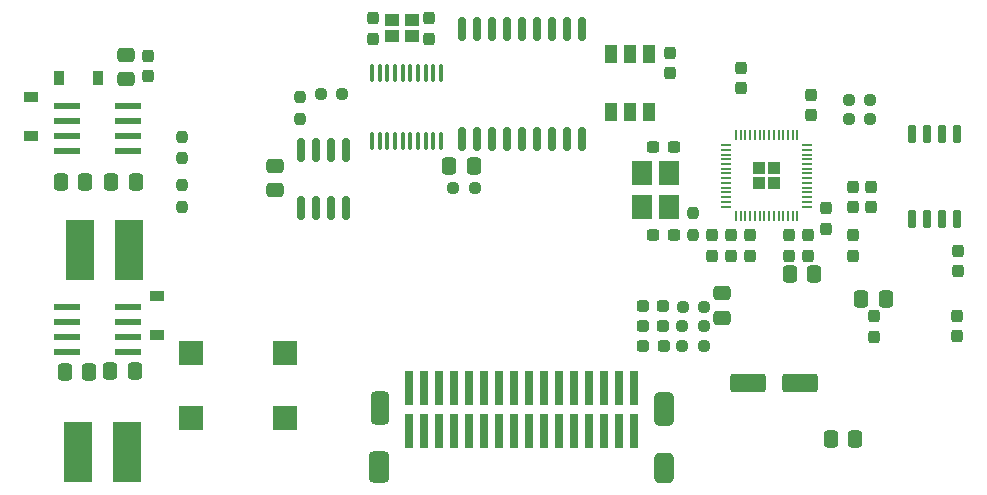
<source format=gbr>
%TF.GenerationSoftware,KiCad,Pcbnew,(6.0.2)*%
%TF.CreationDate,2022-04-25T10:39:50-06:00*%
%TF.ProjectId,CONEPROJ,434f4e45-5052-44f4-9a2e-6b696361645f,rev?*%
%TF.SameCoordinates,Original*%
%TF.FileFunction,Paste,Top*%
%TF.FilePolarity,Positive*%
%FSLAX46Y46*%
G04 Gerber Fmt 4.6, Leading zero omitted, Abs format (unit mm)*
G04 Created by KiCad (PCBNEW (6.0.2)) date 2022-04-25 10:39:50*
%MOMM*%
%LPD*%
G01*
G04 APERTURE LIST*
G04 Aperture macros list*
%AMRoundRect*
0 Rectangle with rounded corners*
0 $1 Rounding radius*
0 $2 $3 $4 $5 $6 $7 $8 $9 X,Y pos of 4 corners*
0 Add a 4 corners polygon primitive as box body*
4,1,4,$2,$3,$4,$5,$6,$7,$8,$9,$2,$3,0*
0 Add four circle primitives for the rounded corners*
1,1,$1+$1,$2,$3*
1,1,$1+$1,$4,$5*
1,1,$1+$1,$6,$7*
1,1,$1+$1,$8,$9*
0 Add four rect primitives between the rounded corners*
20,1,$1+$1,$2,$3,$4,$5,0*
20,1,$1+$1,$4,$5,$6,$7,0*
20,1,$1+$1,$6,$7,$8,$9,0*
20,1,$1+$1,$8,$9,$2,$3,0*%
G04 Aperture macros list end*
%ADD10R,1.150000X1.000000*%
%ADD11RoundRect,0.150000X-0.150000X0.875000X-0.150000X-0.875000X0.150000X-0.875000X0.150000X0.875000X0*%
%ADD12R,1.200000X0.900000*%
%ADD13RoundRect,0.100000X-0.100000X0.637500X-0.100000X-0.637500X0.100000X-0.637500X0.100000X0.637500X0*%
%ADD14R,2.350000X5.100000*%
%ADD15RoundRect,0.237500X0.237500X-0.250000X0.237500X0.250000X-0.237500X0.250000X-0.237500X-0.250000X0*%
%ADD16RoundRect,0.237500X-0.237500X0.300000X-0.237500X-0.300000X0.237500X-0.300000X0.237500X0.300000X0*%
%ADD17RoundRect,0.237500X0.237500X-0.300000X0.237500X0.300000X-0.237500X0.300000X-0.237500X-0.300000X0*%
%ADD18R,2.000000X2.000000*%
%ADD19RoundRect,0.150000X-0.150000X0.650000X-0.150000X-0.650000X0.150000X-0.650000X0.150000X0.650000X0*%
%ADD20RoundRect,0.250000X-0.475000X0.337500X-0.475000X-0.337500X0.475000X-0.337500X0.475000X0.337500X0*%
%ADD21RoundRect,0.250000X-0.337500X-0.475000X0.337500X-0.475000X0.337500X0.475000X-0.337500X0.475000X0*%
%ADD22RoundRect,0.250000X0.337500X0.475000X-0.337500X0.475000X-0.337500X-0.475000X0.337500X-0.475000X0*%
%ADD23RoundRect,0.237500X-0.237500X0.250000X-0.237500X-0.250000X0.237500X-0.250000X0.237500X0.250000X0*%
%ADD24R,0.750000X3.000000*%
%ADD25RoundRect,0.418770X-0.418770X1.006311X-0.418770X-1.006311X0.418770X-1.006311X0.418770X1.006311X0*%
%ADD26RoundRect,0.412540X-0.412540X0.887541X-0.412540X-0.887541X0.412540X-0.887541X0.412540X0.887541X0*%
%ADD27RoundRect,0.443770X-0.443770X0.893770X-0.443770X-0.893770X0.443770X-0.893770X0.443770X0.893770X0*%
%ADD28RoundRect,0.396885X-0.396885X1.015655X-0.396885X-1.015655X0.396885X-1.015655X0.396885X1.015655X0*%
%ADD29RoundRect,0.150000X0.150000X-0.825000X0.150000X0.825000X-0.150000X0.825000X-0.150000X-0.825000X0*%
%ADD30RoundRect,0.237500X-0.300000X-0.237500X0.300000X-0.237500X0.300000X0.237500X-0.300000X0.237500X0*%
%ADD31RoundRect,0.237500X-0.250000X-0.237500X0.250000X-0.237500X0.250000X0.237500X-0.250000X0.237500X0*%
%ADD32RoundRect,0.250000X0.475000X-0.337500X0.475000X0.337500X-0.475000X0.337500X-0.475000X-0.337500X0*%
%ADD33RoundRect,0.237500X0.287500X0.237500X-0.287500X0.237500X-0.287500X-0.237500X0.287500X-0.237500X0*%
%ADD34R,1.000000X1.500000*%
%ADD35RoundRect,0.250000X-0.292217X0.292217X-0.292217X-0.292217X0.292217X-0.292217X0.292217X0.292217X0*%
%ADD36RoundRect,0.050000X-0.050000X0.387500X-0.050000X-0.387500X0.050000X-0.387500X0.050000X0.387500X0*%
%ADD37RoundRect,0.050000X-0.387500X0.050000X-0.387500X-0.050000X0.387500X-0.050000X0.387500X0.050000X0*%
%ADD38RoundRect,0.237500X0.250000X0.237500X-0.250000X0.237500X-0.250000X-0.237500X0.250000X-0.237500X0*%
%ADD39RoundRect,0.250000X-1.250000X-0.550000X1.250000X-0.550000X1.250000X0.550000X-1.250000X0.550000X0*%
%ADD40R,0.900000X1.200000*%
%ADD41R,2.200000X0.600000*%
%ADD42R,1.800000X2.100000*%
G04 APERTURE END LIST*
D10*
%TO.C,Y2*%
X56000000Y-52750000D03*
X57750000Y-52750000D03*
X57750000Y-51350000D03*
X56000000Y-51350000D03*
%TD*%
D11*
%TO.C,U8*%
X72080000Y-52100000D03*
X70810000Y-52100000D03*
X69540000Y-52100000D03*
X68270000Y-52100000D03*
X67000000Y-52100000D03*
X65730000Y-52100000D03*
X64460000Y-52100000D03*
X63190000Y-52100000D03*
X61920000Y-52100000D03*
X61920000Y-61400000D03*
X63190000Y-61400000D03*
X64460000Y-61400000D03*
X65730000Y-61400000D03*
X67000000Y-61400000D03*
X68270000Y-61400000D03*
X69540000Y-61400000D03*
X70810000Y-61400000D03*
X72080000Y-61400000D03*
%TD*%
D12*
%TO.C,D1*%
X25425000Y-61150000D03*
X25425000Y-57850000D03*
%TD*%
D13*
%TO.C,U5*%
X60175000Y-55887500D03*
X59525000Y-55887500D03*
X58875000Y-55887500D03*
X58225000Y-55887500D03*
X57575000Y-55887500D03*
X56925000Y-55887500D03*
X56275000Y-55887500D03*
X55625000Y-55887500D03*
X54975000Y-55887500D03*
X54325000Y-55887500D03*
X54325000Y-61612500D03*
X54975000Y-61612500D03*
X55625000Y-61612500D03*
X56275000Y-61612500D03*
X56925000Y-61612500D03*
X57575000Y-61612500D03*
X58225000Y-61612500D03*
X58875000Y-61612500D03*
X59525000Y-61612500D03*
X60175000Y-61612500D03*
%TD*%
D14*
%TO.C,L2*%
X29400000Y-87900000D03*
X33550000Y-87900000D03*
%TD*%
D15*
%TO.C,R8*%
X38225000Y-63062500D03*
X38225000Y-61237500D03*
%TD*%
D16*
%TO.C,C15*%
X83125000Y-69587500D03*
X83125000Y-71312500D03*
%TD*%
D17*
%TO.C,R7*%
X96800000Y-78162500D03*
X96800000Y-76437500D03*
%TD*%
%TO.C,C21*%
X59150000Y-52937500D03*
X59150000Y-51212500D03*
%TD*%
D18*
%TO.C,PAU301*%
X39000000Y-79595000D03*
X47000000Y-79595000D03*
%TD*%
D19*
%TO.C,U7*%
X103893687Y-60987273D03*
X102623687Y-60987273D03*
X101353687Y-60987273D03*
X100083687Y-60987273D03*
X100083687Y-68187273D03*
X101353687Y-68187273D03*
X102623687Y-68187273D03*
X103893687Y-68187273D03*
%TD*%
D20*
%TO.C,C11*%
X46150000Y-63712500D03*
X46150000Y-65787500D03*
%TD*%
D21*
%TO.C,C16*%
X60862500Y-63750000D03*
X62937500Y-63750000D03*
%TD*%
D16*
%TO.C,C24*%
X86300000Y-69587500D03*
X86300000Y-71312500D03*
%TD*%
D22*
%TO.C,C27*%
X95262500Y-86845000D03*
X93187500Y-86845000D03*
%TD*%
D23*
%TO.C,R5*%
X81550000Y-67712500D03*
X81550000Y-69537500D03*
%TD*%
D15*
%TO.C,R2*%
X38225000Y-67175000D03*
X38225000Y-65350000D03*
%TD*%
D24*
%TO.C,J2*%
X76499838Y-86127500D03*
X76499838Y-82527500D03*
X75229838Y-86127500D03*
X75229838Y-82527500D03*
X73959838Y-86127500D03*
X73959838Y-82527500D03*
X72689838Y-86127500D03*
X72689838Y-82527500D03*
X71419838Y-86127500D03*
X71419838Y-82527500D03*
X70149838Y-86127500D03*
X70149838Y-82527500D03*
X68879838Y-86127500D03*
X68879838Y-82527500D03*
X67609838Y-86127500D03*
X67609838Y-82527500D03*
X66339838Y-86127500D03*
X66339838Y-82527500D03*
X65069838Y-86127500D03*
X65069838Y-82527500D03*
X63799838Y-86127500D03*
X63799838Y-82527500D03*
X62529838Y-86127500D03*
X62529838Y-82527500D03*
X61259838Y-86127500D03*
X61259838Y-82527500D03*
X59989838Y-86127500D03*
X59989838Y-82527500D03*
X58719838Y-86127500D03*
X58719838Y-82527500D03*
X57449838Y-86127500D03*
X57449838Y-82527500D03*
D25*
X79062378Y-84252581D03*
D26*
X79074838Y-89277419D03*
D27*
X54924838Y-89239959D03*
D28*
X55018608Y-84240040D03*
%TD*%
D12*
%TO.C,D4*%
X36125000Y-74725000D03*
X36125000Y-78025000D03*
%TD*%
D16*
%TO.C,C18*%
X95050000Y-65487500D03*
X95050000Y-67212500D03*
%TD*%
D21*
%TO.C,C25*%
X32187500Y-81100000D03*
X34262500Y-81100000D03*
%TD*%
D29*
%TO.C,U2*%
X48280000Y-67275000D03*
X49550000Y-67275000D03*
X50820000Y-67275000D03*
X52090000Y-67275000D03*
X52090000Y-62325000D03*
X50820000Y-62325000D03*
X49550000Y-62325000D03*
X48280000Y-62325000D03*
%TD*%
D16*
%TO.C,C9*%
X84750000Y-69587500D03*
X84750000Y-71312500D03*
%TD*%
D21*
%TO.C,C30*%
X95767500Y-74985000D03*
X97842500Y-74985000D03*
%TD*%
D30*
%TO.C,C7*%
X78137500Y-62100000D03*
X79862500Y-62100000D03*
%TD*%
D22*
%TO.C,C5*%
X30062499Y-65108041D03*
X27987499Y-65108041D03*
%TD*%
D31*
%TO.C,R22*%
X80597500Y-78940000D03*
X82422500Y-78940000D03*
%TD*%
D30*
%TO.C,C8*%
X78137500Y-69524999D03*
X79862500Y-69524999D03*
%TD*%
D22*
%TO.C,C26*%
X30387500Y-81175000D03*
X28312500Y-81175000D03*
%TD*%
D16*
%TO.C,C14*%
X91225000Y-69587500D03*
X91225000Y-71312500D03*
%TD*%
%TO.C,C10*%
X96600000Y-65487500D03*
X96600000Y-67212500D03*
%TD*%
D32*
%TO.C,C2*%
X33500000Y-56387500D03*
X33500000Y-54312500D03*
%TD*%
D15*
%TO.C,R15*%
X48235000Y-59712500D03*
X48235000Y-57887500D03*
%TD*%
D16*
%TO.C,C12*%
X92750000Y-67312500D03*
X92750000Y-69037500D03*
%TD*%
D18*
%TO.C,MOD301*%
X39000000Y-85075000D03*
X47000000Y-85075000D03*
%TD*%
D31*
%TO.C,R3*%
X94687500Y-58150000D03*
X96512500Y-58150000D03*
%TD*%
D16*
%TO.C,R6*%
X103850000Y-76412500D03*
X103850000Y-78137500D03*
%TD*%
D21*
%TO.C,C29*%
X89717500Y-72885000D03*
X91792500Y-72885000D03*
%TD*%
D33*
%TO.C,D302*%
X79000000Y-75610000D03*
X77250000Y-75610000D03*
%TD*%
D16*
%TO.C,C13*%
X89625000Y-69587500D03*
X89625000Y-71312500D03*
%TD*%
D34*
%TO.C,U9*%
X77775000Y-54225000D03*
X76175000Y-54225000D03*
X74575000Y-54225000D03*
X74575000Y-59125000D03*
X76175000Y-59125000D03*
X77775000Y-59125000D03*
%TD*%
D17*
%TO.C,C20*%
X35350000Y-56112500D03*
X35350000Y-54387500D03*
%TD*%
D35*
%TO.C,U10*%
X88387500Y-65187500D03*
X88387500Y-63912500D03*
X87112500Y-65187500D03*
X87112500Y-63912500D03*
D36*
X90350000Y-61112500D03*
X89950000Y-61112500D03*
X89550000Y-61112500D03*
X89150000Y-61112500D03*
X88750000Y-61112500D03*
X88350000Y-61112500D03*
X87950000Y-61112500D03*
X87550000Y-61112500D03*
X87150000Y-61112500D03*
X86750000Y-61112500D03*
X86350000Y-61112500D03*
X85950000Y-61112500D03*
X85550000Y-61112500D03*
X85150000Y-61112500D03*
D37*
X84312500Y-61950000D03*
X84312500Y-62350000D03*
X84312500Y-62750000D03*
X84312500Y-63150000D03*
X84312500Y-63550000D03*
X84312500Y-63950000D03*
X84312500Y-64350000D03*
X84312500Y-64750000D03*
X84312500Y-65150000D03*
X84312500Y-65550000D03*
X84312500Y-65950000D03*
X84312500Y-66350000D03*
X84312500Y-66750000D03*
X84312500Y-67150000D03*
D36*
X85150000Y-67987500D03*
X85550000Y-67987500D03*
X85950000Y-67987500D03*
X86350000Y-67987500D03*
X86750000Y-67987500D03*
X87150000Y-67987500D03*
X87550000Y-67987500D03*
X87950000Y-67987500D03*
X88350000Y-67987500D03*
X88750000Y-67987500D03*
X89150000Y-67987500D03*
X89550000Y-67987500D03*
X89950000Y-67987500D03*
X90350000Y-67987500D03*
D37*
X91187500Y-67150000D03*
X91187500Y-66750000D03*
X91187500Y-66350000D03*
X91187500Y-65950000D03*
X91187500Y-65550000D03*
X91187500Y-65150000D03*
X91187500Y-64750000D03*
X91187500Y-64350000D03*
X91187500Y-63950000D03*
X91187500Y-63550000D03*
X91187500Y-63150000D03*
X91187500Y-62750000D03*
X91187500Y-62350000D03*
X91187500Y-61950000D03*
%TD*%
D14*
%TO.C,L1*%
X29600000Y-70825000D03*
X33750000Y-70825000D03*
%TD*%
D38*
%TO.C,R104*%
X51797500Y-57600000D03*
X49972500Y-57600000D03*
%TD*%
D39*
%TO.C,C31*%
X86175000Y-82075000D03*
X90575000Y-82075000D03*
%TD*%
D20*
%TO.C,C28*%
X83995000Y-74497500D03*
X83995000Y-76572500D03*
%TD*%
D40*
%TO.C,D2*%
X27850001Y-56300000D03*
X31150001Y-56300000D03*
%TD*%
D16*
%TO.C,C23*%
X95025000Y-69587500D03*
X95025000Y-71312500D03*
%TD*%
D41*
%TO.C,U304*%
X28499999Y-58600000D03*
X28499999Y-59870000D03*
X28499999Y-61140000D03*
X28499999Y-62410000D03*
X33699999Y-62410000D03*
X33699999Y-61140000D03*
X33699999Y-59870000D03*
X33699999Y-58600000D03*
%TD*%
D33*
%TO.C,D301*%
X79027500Y-78930000D03*
X77277500Y-78930000D03*
%TD*%
D41*
%TO.C,U3*%
X28500000Y-75670000D03*
X28500000Y-76940000D03*
X28500000Y-78210000D03*
X28500000Y-79480000D03*
X33700000Y-79480000D03*
X33700000Y-78210000D03*
X33700000Y-76940000D03*
X33700000Y-75670000D03*
%TD*%
D16*
%TO.C,C4*%
X79575000Y-54162500D03*
X79575000Y-55887500D03*
%TD*%
%TO.C,C6*%
X103950000Y-70887500D03*
X103950000Y-72612500D03*
%TD*%
D21*
%TO.C,C3*%
X32262500Y-65108041D03*
X34337500Y-65108041D03*
%TD*%
D33*
%TO.C,D308*%
X79010000Y-77280000D03*
X77260000Y-77280000D03*
%TD*%
D31*
%TO.C,R21*%
X80622500Y-75620000D03*
X82447500Y-75620000D03*
%TD*%
D17*
%TO.C,C17*%
X85600000Y-57151414D03*
X85600000Y-55426414D03*
%TD*%
D31*
%TO.C,R16*%
X61187500Y-65600000D03*
X63012500Y-65600000D03*
%TD*%
D17*
%TO.C,C19*%
X91490240Y-59426324D03*
X91490240Y-57701324D03*
%TD*%
%TO.C,C22*%
X54425000Y-52937500D03*
X54425000Y-51212500D03*
%TD*%
D31*
%TO.C,R91*%
X80592500Y-77270000D03*
X82417500Y-77270000D03*
%TD*%
D38*
%TO.C,R4*%
X96512500Y-59750000D03*
X94687500Y-59750000D03*
%TD*%
D42*
%TO.C,Y3*%
X79500000Y-67175000D03*
X79500000Y-64275000D03*
X77200000Y-64275000D03*
X77200000Y-67175000D03*
%TD*%
M02*

</source>
